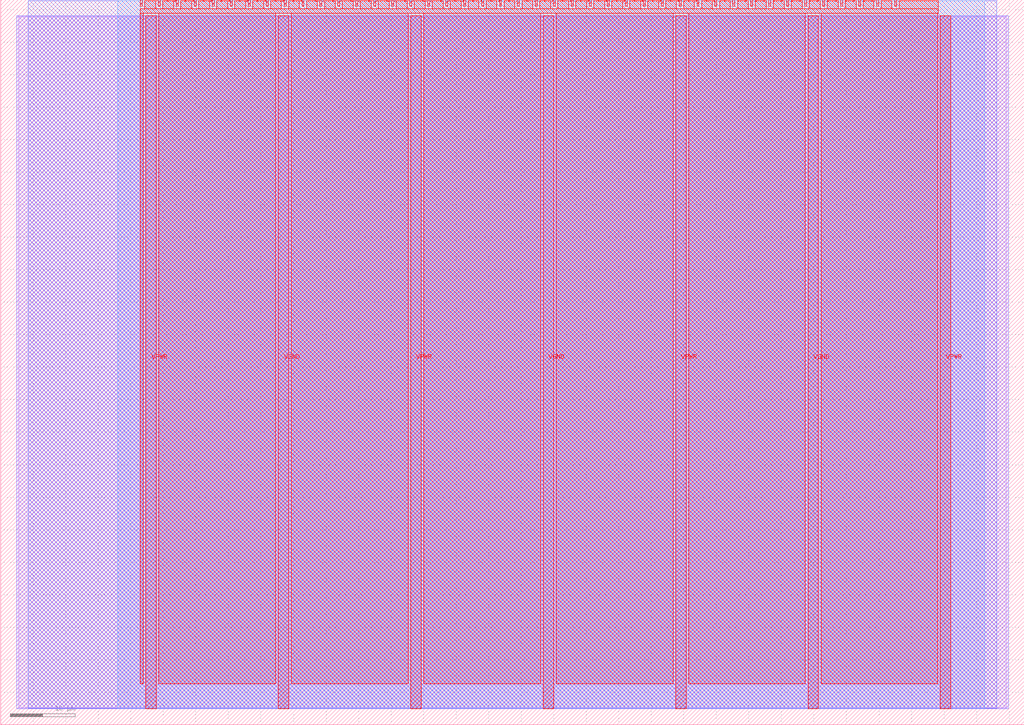
<source format=lef>
VERSION 5.7 ;
  NOWIREEXTENSIONATPIN ON ;
  DIVIDERCHAR "/" ;
  BUSBITCHARS "[]" ;
MACRO tt_um_urish_simon
  CLASS BLOCK ;
  FOREIGN tt_um_urish_simon ;
  ORIGIN 0.000 0.000 ;
  SIZE 157.320 BY 111.520 ;
  PIN VGND
    DIRECTION INOUT ;
    USE GROUND ;
    PORT
      LAYER met4 ;
        RECT 42.670 2.480 44.270 109.040 ;
    END
    PORT
      LAYER met4 ;
        RECT 83.380 2.480 84.980 109.040 ;
    END
    PORT
      LAYER met4 ;
        RECT 124.090 2.480 125.690 109.040 ;
    END
  END VGND
  PIN VPWR
    DIRECTION INOUT ;
    USE POWER ;
    PORT
      LAYER met4 ;
        RECT 22.315 2.480 23.915 109.040 ;
    END
    PORT
      LAYER met4 ;
        RECT 63.025 2.480 64.625 109.040 ;
    END
    PORT
      LAYER met4 ;
        RECT 103.735 2.480 105.335 109.040 ;
    END
    PORT
      LAYER met4 ;
        RECT 144.445 2.480 146.045 109.040 ;
    END
  END VPWR
  PIN clk
    DIRECTION INPUT ;
    USE SIGNAL ;
    ANTENNAGATEAREA 0.852000 ;
    PORT
      LAYER met4 ;
        RECT 134.630 110.520 134.930 111.520 ;
    END
  END clk
  PIN ena
    DIRECTION INPUT ;
    USE SIGNAL ;
    PORT
      LAYER met4 ;
        RECT 137.390 110.520 137.690 111.520 ;
    END
  END ena
  PIN rst_n
    DIRECTION INPUT ;
    USE SIGNAL ;
    ANTENNAGATEAREA 0.196500 ;
    PORT
      LAYER met4 ;
        RECT 131.870 110.520 132.170 111.520 ;
    END
  END rst_n
  PIN ui_in[0]
    DIRECTION INPUT ;
    USE SIGNAL ;
    ANTENNAGATEAREA 0.196500 ;
    PORT
      LAYER met4 ;
        RECT 129.110 110.520 129.410 111.520 ;
    END
  END ui_in[0]
  PIN ui_in[1]
    DIRECTION INPUT ;
    USE SIGNAL ;
    ANTENNAGATEAREA 0.196500 ;
    PORT
      LAYER met4 ;
        RECT 126.350 110.520 126.650 111.520 ;
    END
  END ui_in[1]
  PIN ui_in[2]
    DIRECTION INPUT ;
    USE SIGNAL ;
    ANTENNAGATEAREA 0.196500 ;
    PORT
      LAYER met4 ;
        RECT 123.590 110.520 123.890 111.520 ;
    END
  END ui_in[2]
  PIN ui_in[3]
    DIRECTION INPUT ;
    USE SIGNAL ;
    ANTENNAGATEAREA 0.196500 ;
    PORT
      LAYER met4 ;
        RECT 120.830 110.520 121.130 111.520 ;
    END
  END ui_in[3]
  PIN ui_in[4]
    DIRECTION INPUT ;
    USE SIGNAL ;
    ANTENNAGATEAREA 0.196500 ;
    PORT
      LAYER met4 ;
        RECT 118.070 110.520 118.370 111.520 ;
    END
  END ui_in[4]
  PIN ui_in[5]
    DIRECTION INPUT ;
    USE SIGNAL ;
    PORT
      LAYER met4 ;
        RECT 115.310 110.520 115.610 111.520 ;
    END
  END ui_in[5]
  PIN ui_in[6]
    DIRECTION INPUT ;
    USE SIGNAL ;
    PORT
      LAYER met4 ;
        RECT 112.550 110.520 112.850 111.520 ;
    END
  END ui_in[6]
  PIN ui_in[7]
    DIRECTION INPUT ;
    USE SIGNAL ;
    PORT
      LAYER met4 ;
        RECT 109.790 110.520 110.090 111.520 ;
    END
  END ui_in[7]
  PIN uio_in[0]
    DIRECTION INPUT ;
    USE SIGNAL ;
    PORT
      LAYER met4 ;
        RECT 107.030 110.520 107.330 111.520 ;
    END
  END uio_in[0]
  PIN uio_in[1]
    DIRECTION INPUT ;
    USE SIGNAL ;
    PORT
      LAYER met4 ;
        RECT 104.270 110.520 104.570 111.520 ;
    END
  END uio_in[1]
  PIN uio_in[2]
    DIRECTION INPUT ;
    USE SIGNAL ;
    PORT
      LAYER met4 ;
        RECT 101.510 110.520 101.810 111.520 ;
    END
  END uio_in[2]
  PIN uio_in[3]
    DIRECTION INPUT ;
    USE SIGNAL ;
    PORT
      LAYER met4 ;
        RECT 98.750 110.520 99.050 111.520 ;
    END
  END uio_in[3]
  PIN uio_in[4]
    DIRECTION INPUT ;
    USE SIGNAL ;
    PORT
      LAYER met4 ;
        RECT 95.990 110.520 96.290 111.520 ;
    END
  END uio_in[4]
  PIN uio_in[5]
    DIRECTION INPUT ;
    USE SIGNAL ;
    PORT
      LAYER met4 ;
        RECT 93.230 110.520 93.530 111.520 ;
    END
  END uio_in[5]
  PIN uio_in[6]
    DIRECTION INPUT ;
    USE SIGNAL ;
    PORT
      LAYER met4 ;
        RECT 90.470 110.520 90.770 111.520 ;
    END
  END uio_in[6]
  PIN uio_in[7]
    DIRECTION INPUT ;
    USE SIGNAL ;
    PORT
      LAYER met4 ;
        RECT 87.710 110.520 88.010 111.520 ;
    END
  END uio_in[7]
  PIN uio_oe[0]
    DIRECTION OUTPUT TRISTATE ;
    USE SIGNAL ;
    ANTENNADIFFAREA 0.445500 ;
    PORT
      LAYER met4 ;
        RECT 40.790 110.520 41.090 111.520 ;
    END
  END uio_oe[0]
  PIN uio_oe[1]
    DIRECTION OUTPUT TRISTATE ;
    USE SIGNAL ;
    ANTENNADIFFAREA 0.445500 ;
    PORT
      LAYER met4 ;
        RECT 38.030 110.520 38.330 111.520 ;
    END
  END uio_oe[1]
  PIN uio_oe[2]
    DIRECTION OUTPUT TRISTATE ;
    USE SIGNAL ;
    ANTENNADIFFAREA 0.445500 ;
    PORT
      LAYER met4 ;
        RECT 35.270 110.520 35.570 111.520 ;
    END
  END uio_oe[2]
  PIN uio_oe[3]
    DIRECTION OUTPUT TRISTATE ;
    USE SIGNAL ;
    ANTENNADIFFAREA 0.445500 ;
    PORT
      LAYER met4 ;
        RECT 32.510 110.520 32.810 111.520 ;
    END
  END uio_oe[3]
  PIN uio_oe[4]
    DIRECTION OUTPUT TRISTATE ;
    USE SIGNAL ;
    ANTENNADIFFAREA 0.445500 ;
    PORT
      LAYER met4 ;
        RECT 29.750 110.520 30.050 111.520 ;
    END
  END uio_oe[4]
  PIN uio_oe[5]
    DIRECTION OUTPUT TRISTATE ;
    USE SIGNAL ;
    ANTENNADIFFAREA 0.445500 ;
    PORT
      LAYER met4 ;
        RECT 26.990 110.520 27.290 111.520 ;
    END
  END uio_oe[5]
  PIN uio_oe[6]
    DIRECTION OUTPUT TRISTATE ;
    USE SIGNAL ;
    ANTENNADIFFAREA 0.445500 ;
    PORT
      LAYER met4 ;
        RECT 24.230 110.520 24.530 111.520 ;
    END
  END uio_oe[6]
  PIN uio_oe[7]
    DIRECTION OUTPUT TRISTATE ;
    USE SIGNAL ;
    ANTENNADIFFAREA 0.445500 ;
    PORT
      LAYER met4 ;
        RECT 21.470 110.520 21.770 111.520 ;
    END
  END uio_oe[7]
  PIN uio_out[0]
    DIRECTION OUTPUT TRISTATE ;
    USE SIGNAL ;
    ANTENNADIFFAREA 0.795200 ;
    PORT
      LAYER met4 ;
        RECT 62.870 110.520 63.170 111.520 ;
    END
  END uio_out[0]
  PIN uio_out[1]
    DIRECTION OUTPUT TRISTATE ;
    USE SIGNAL ;
    ANTENNADIFFAREA 0.795200 ;
    PORT
      LAYER met4 ;
        RECT 60.110 110.520 60.410 111.520 ;
    END
  END uio_out[1]
  PIN uio_out[2]
    DIRECTION OUTPUT TRISTATE ;
    USE SIGNAL ;
    ANTENNADIFFAREA 0.795200 ;
    PORT
      LAYER met4 ;
        RECT 57.350 110.520 57.650 111.520 ;
    END
  END uio_out[2]
  PIN uio_out[3]
    DIRECTION OUTPUT TRISTATE ;
    USE SIGNAL ;
    ANTENNADIFFAREA 0.445500 ;
    PORT
      LAYER met4 ;
        RECT 54.590 110.520 54.890 111.520 ;
    END
  END uio_out[3]
  PIN uio_out[4]
    DIRECTION OUTPUT TRISTATE ;
    USE SIGNAL ;
    ANTENNADIFFAREA 0.445500 ;
    PORT
      LAYER met4 ;
        RECT 51.830 110.520 52.130 111.520 ;
    END
  END uio_out[4]
  PIN uio_out[5]
    DIRECTION OUTPUT TRISTATE ;
    USE SIGNAL ;
    ANTENNADIFFAREA 0.795200 ;
    PORT
      LAYER met4 ;
        RECT 49.070 110.520 49.370 111.520 ;
    END
  END uio_out[5]
  PIN uio_out[6]
    DIRECTION OUTPUT TRISTATE ;
    USE SIGNAL ;
    ANTENNADIFFAREA 0.445500 ;
    PORT
      LAYER met4 ;
        RECT 46.310 110.520 46.610 111.520 ;
    END
  END uio_out[6]
  PIN uio_out[7]
    DIRECTION OUTPUT TRISTATE ;
    USE SIGNAL ;
    ANTENNADIFFAREA 0.445500 ;
    PORT
      LAYER met4 ;
        RECT 43.550 110.520 43.850 111.520 ;
    END
  END uio_out[7]
  PIN uo_out[0]
    DIRECTION OUTPUT TRISTATE ;
    USE SIGNAL ;
    ANTENNADIFFAREA 0.795200 ;
    PORT
      LAYER met4 ;
        RECT 84.950 110.520 85.250 111.520 ;
    END
  END uo_out[0]
  PIN uo_out[1]
    DIRECTION OUTPUT TRISTATE ;
    USE SIGNAL ;
    ANTENNADIFFAREA 0.795200 ;
    PORT
      LAYER met4 ;
        RECT 82.190 110.520 82.490 111.520 ;
    END
  END uo_out[1]
  PIN uo_out[2]
    DIRECTION OUTPUT TRISTATE ;
    USE SIGNAL ;
    ANTENNADIFFAREA 0.795200 ;
    PORT
      LAYER met4 ;
        RECT 79.430 110.520 79.730 111.520 ;
    END
  END uo_out[2]
  PIN uo_out[3]
    DIRECTION OUTPUT TRISTATE ;
    USE SIGNAL ;
    ANTENNADIFFAREA 0.795200 ;
    PORT
      LAYER met4 ;
        RECT 76.670 110.520 76.970 111.520 ;
    END
  END uo_out[3]
  PIN uo_out[4]
    DIRECTION OUTPUT TRISTATE ;
    USE SIGNAL ;
    ANTENNADIFFAREA 0.445500 ;
    PORT
      LAYER met4 ;
        RECT 73.910 110.520 74.210 111.520 ;
    END
  END uo_out[4]
  PIN uo_out[5]
    DIRECTION OUTPUT TRISTATE ;
    USE SIGNAL ;
    ANTENNADIFFAREA 0.445500 ;
    PORT
      LAYER met4 ;
        RECT 71.150 110.520 71.450 111.520 ;
    END
  END uo_out[5]
  PIN uo_out[6]
    DIRECTION OUTPUT TRISTATE ;
    USE SIGNAL ;
    ANTENNADIFFAREA 0.445500 ;
    PORT
      LAYER met4 ;
        RECT 68.390 110.520 68.690 111.520 ;
    END
  END uo_out[6]
  PIN uo_out[7]
    DIRECTION OUTPUT TRISTATE ;
    USE SIGNAL ;
    ANTENNADIFFAREA 0.445500 ;
    PORT
      LAYER met4 ;
        RECT 65.630 110.520 65.930 111.520 ;
    END
  END uo_out[7]
  OBS
      LAYER li1 ;
        RECT 2.760 2.635 154.560 108.885 ;
      LAYER met1 ;
        RECT 2.460 2.480 154.860 109.040 ;
      LAYER met2 ;
        RECT 4.240 2.535 153.080 111.365 ;
      LAYER met3 ;
        RECT 18.005 2.555 151.275 111.345 ;
      LAYER met4 ;
        RECT 22.170 110.120 23.830 111.345 ;
        RECT 24.930 110.120 26.590 111.345 ;
        RECT 27.690 110.120 29.350 111.345 ;
        RECT 30.450 110.120 32.110 111.345 ;
        RECT 33.210 110.120 34.870 111.345 ;
        RECT 35.970 110.120 37.630 111.345 ;
        RECT 38.730 110.120 40.390 111.345 ;
        RECT 41.490 110.120 43.150 111.345 ;
        RECT 44.250 110.120 45.910 111.345 ;
        RECT 47.010 110.120 48.670 111.345 ;
        RECT 49.770 110.120 51.430 111.345 ;
        RECT 52.530 110.120 54.190 111.345 ;
        RECT 55.290 110.120 56.950 111.345 ;
        RECT 58.050 110.120 59.710 111.345 ;
        RECT 60.810 110.120 62.470 111.345 ;
        RECT 63.570 110.120 65.230 111.345 ;
        RECT 66.330 110.120 67.990 111.345 ;
        RECT 69.090 110.120 70.750 111.345 ;
        RECT 71.850 110.120 73.510 111.345 ;
        RECT 74.610 110.120 76.270 111.345 ;
        RECT 77.370 110.120 79.030 111.345 ;
        RECT 80.130 110.120 81.790 111.345 ;
        RECT 82.890 110.120 84.550 111.345 ;
        RECT 85.650 110.120 87.310 111.345 ;
        RECT 88.410 110.120 90.070 111.345 ;
        RECT 91.170 110.120 92.830 111.345 ;
        RECT 93.930 110.120 95.590 111.345 ;
        RECT 96.690 110.120 98.350 111.345 ;
        RECT 99.450 110.120 101.110 111.345 ;
        RECT 102.210 110.120 103.870 111.345 ;
        RECT 104.970 110.120 106.630 111.345 ;
        RECT 107.730 110.120 109.390 111.345 ;
        RECT 110.490 110.120 112.150 111.345 ;
        RECT 113.250 110.120 114.910 111.345 ;
        RECT 116.010 110.120 117.670 111.345 ;
        RECT 118.770 110.120 120.430 111.345 ;
        RECT 121.530 110.120 123.190 111.345 ;
        RECT 124.290 110.120 125.950 111.345 ;
        RECT 127.050 110.120 128.710 111.345 ;
        RECT 129.810 110.120 131.470 111.345 ;
        RECT 132.570 110.120 134.230 111.345 ;
        RECT 135.330 110.120 136.990 111.345 ;
        RECT 138.090 110.120 144.145 111.345 ;
        RECT 21.455 109.440 144.145 110.120 ;
        RECT 21.455 6.295 21.915 109.440 ;
        RECT 24.315 6.295 42.270 109.440 ;
        RECT 44.670 6.295 62.625 109.440 ;
        RECT 65.025 6.295 82.980 109.440 ;
        RECT 85.380 6.295 103.335 109.440 ;
        RECT 105.735 6.295 123.690 109.440 ;
        RECT 126.090 6.295 144.045 109.440 ;
  END
END tt_um_urish_simon
END LIBRARY


</source>
